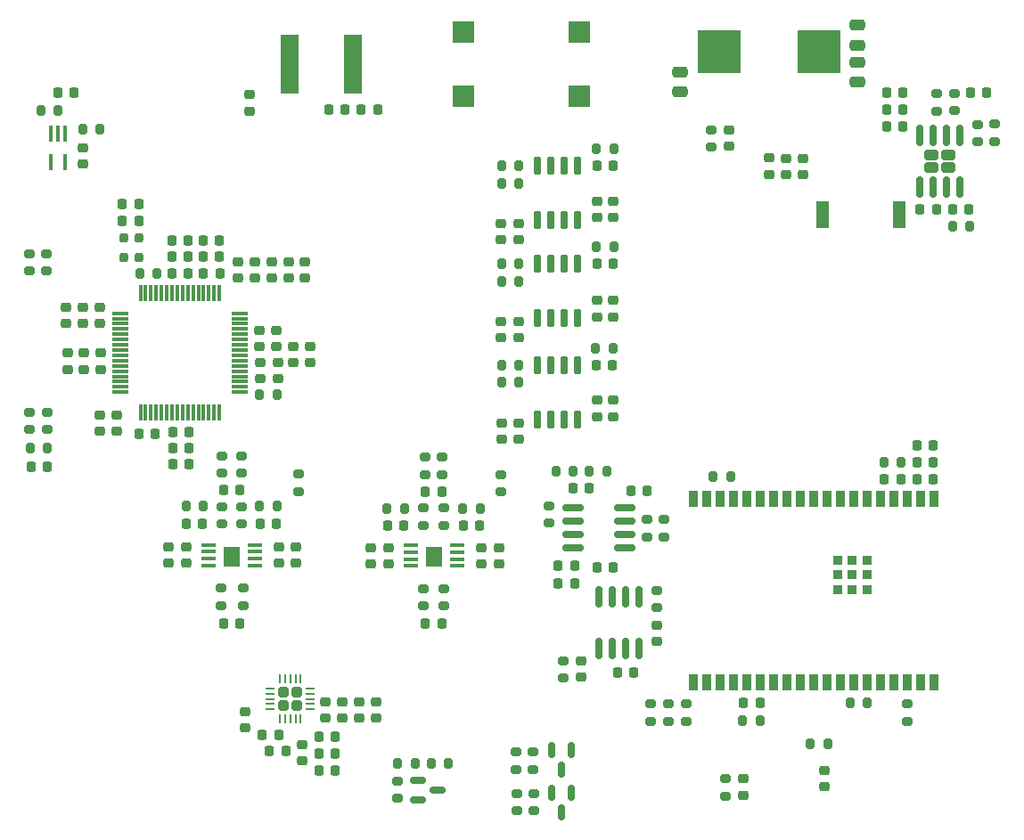
<source format=gbr>
%TF.GenerationSoftware,KiCad,Pcbnew,7.0.4*%
%TF.CreationDate,2023-07-09T20:25:32+02:00*%
%TF.ProjectId,ample,616d706c-652e-46b6-9963-61645f706362,rev?*%
%TF.SameCoordinates,Original*%
%TF.FileFunction,Paste,Top*%
%TF.FilePolarity,Positive*%
%FSLAX46Y46*%
G04 Gerber Fmt 4.6, Leading zero omitted, Abs format (unit mm)*
G04 Created by KiCad (PCBNEW 7.0.4) date 2023-07-09 20:25:32*
%MOMM*%
%LPD*%
G01*
G04 APERTURE LIST*
G04 Aperture macros list*
%AMRoundRect*
0 Rectangle with rounded corners*
0 $1 Rounding radius*
0 $2 $3 $4 $5 $6 $7 $8 $9 X,Y pos of 4 corners*
0 Add a 4 corners polygon primitive as box body*
4,1,4,$2,$3,$4,$5,$6,$7,$8,$9,$2,$3,0*
0 Add four circle primitives for the rounded corners*
1,1,$1+$1,$2,$3*
1,1,$1+$1,$4,$5*
1,1,$1+$1,$6,$7*
1,1,$1+$1,$8,$9*
0 Add four rect primitives between the rounded corners*
20,1,$1+$1,$2,$3,$4,$5,0*
20,1,$1+$1,$4,$5,$6,$7,0*
20,1,$1+$1,$6,$7,$8,$9,0*
20,1,$1+$1,$8,$9,$2,$3,0*%
G04 Aperture macros list end*
%ADD10RoundRect,0.200000X-0.275000X0.200000X-0.275000X-0.200000X0.275000X-0.200000X0.275000X0.200000X0*%
%ADD11RoundRect,0.200000X0.200000X0.275000X-0.200000X0.275000X-0.200000X-0.275000X0.200000X-0.275000X0*%
%ADD12RoundRect,0.225000X-0.250000X0.225000X-0.250000X-0.225000X0.250000X-0.225000X0.250000X0.225000X0*%
%ADD13RoundRect,0.225000X-0.225000X-0.250000X0.225000X-0.250000X0.225000X0.250000X-0.225000X0.250000X0*%
%ADD14RoundRect,0.225000X0.250000X-0.225000X0.250000X0.225000X-0.250000X0.225000X-0.250000X-0.225000X0*%
%ADD15RoundRect,0.225000X0.225000X0.250000X-0.225000X0.250000X-0.225000X-0.250000X0.225000X-0.250000X0*%
%ADD16R,0.400000X1.500000*%
%ADD17R,1.200000X2.600000*%
%ADD18RoundRect,0.200000X-0.200000X-0.275000X0.200000X-0.275000X0.200000X0.275000X-0.200000X0.275000X0*%
%ADD19RoundRect,0.200000X0.275000X-0.200000X0.275000X0.200000X-0.275000X0.200000X-0.275000X-0.200000X0*%
%ADD20RoundRect,0.250000X-0.255000X0.255000X-0.255000X-0.255000X0.255000X-0.255000X0.255000X0.255000X0*%
%ADD21RoundRect,0.062500X-0.062500X0.350000X-0.062500X-0.350000X0.062500X-0.350000X0.062500X0.350000X0*%
%ADD22RoundRect,0.062500X-0.350000X0.062500X-0.350000X-0.062500X0.350000X-0.062500X0.350000X0.062500X0*%
%ADD23R,1.450000X0.450000*%
%ADD24R,1.570000X1.890000*%
%ADD25RoundRect,0.242500X0.422500X-0.242500X0.422500X0.242500X-0.422500X0.242500X-0.422500X-0.242500X0*%
%ADD26RoundRect,0.150000X0.150000X-0.825000X0.150000X0.825000X-0.150000X0.825000X-0.150000X-0.825000X0*%
%ADD27RoundRect,0.218750X-0.256250X0.218750X-0.256250X-0.218750X0.256250X-0.218750X0.256250X0.218750X0*%
%ADD28RoundRect,0.150000X0.150000X-0.725000X0.150000X0.725000X-0.150000X0.725000X-0.150000X-0.725000X0*%
%ADD29RoundRect,0.150000X-0.150000X0.587500X-0.150000X-0.587500X0.150000X-0.587500X0.150000X0.587500X0*%
%ADD30RoundRect,0.250000X-0.475000X0.250000X-0.475000X-0.250000X0.475000X-0.250000X0.475000X0.250000X0*%
%ADD31R,1.700000X5.700000*%
%ADD32RoundRect,0.075000X-0.700000X-0.075000X0.700000X-0.075000X0.700000X0.075000X-0.700000X0.075000X0*%
%ADD33RoundRect,0.075000X-0.075000X-0.700000X0.075000X-0.700000X0.075000X0.700000X-0.075000X0.700000X0*%
%ADD34R,0.900000X1.500000*%
%ADD35R,0.900000X0.900000*%
%ADD36RoundRect,0.150000X-0.587500X-0.150000X0.587500X-0.150000X0.587500X0.150000X-0.587500X0.150000X0*%
%ADD37RoundRect,0.150000X-0.825000X-0.150000X0.825000X-0.150000X0.825000X0.150000X-0.825000X0.150000X0*%
%ADD38RoundRect,0.250000X0.475000X-0.250000X0.475000X0.250000X-0.475000X0.250000X-0.475000X-0.250000X0*%
%ADD39R,4.100000X4.100000*%
%ADD40RoundRect,0.200000X-0.200000X-0.250000X0.200000X-0.250000X0.200000X0.250000X-0.200000X0.250000X0*%
%ADD41RoundRect,0.218750X0.256250X-0.218750X0.256250X0.218750X-0.256250X0.218750X-0.256250X-0.218750X0*%
%ADD42R,2.000000X2.000000*%
G04 APERTURE END LIST*
D10*
%TO.C,R63*%
X121512500Y-106775000D03*
X121512500Y-108425000D03*
%TD*%
D11*
%TO.C,R21*%
X158825000Y-65000000D03*
X157175000Y-65000000D03*
%TD*%
D12*
%TO.C,C6*%
X155700000Y-113700000D03*
X155700000Y-115250000D03*
%TD*%
D13*
%TO.C,C3*%
X157225000Y-75900000D03*
X158775000Y-75900000D03*
%TD*%
D14*
%TO.C,C100*%
X128612500Y-104425000D03*
X128612500Y-102875000D03*
%TD*%
D10*
%TO.C,R55*%
X121612500Y-99050000D03*
X121612500Y-100700000D03*
%TD*%
D14*
%TO.C,C37*%
X124250000Y-61425000D03*
X124250000Y-59875000D03*
%TD*%
D13*
%TO.C,C55*%
X116925000Y-91900000D03*
X118475000Y-91900000D03*
%TD*%
D15*
%TO.C,C58*%
X121375000Y-75300001D03*
X119825000Y-75300001D03*
%TD*%
D11*
%TO.C,R59*%
X119837500Y-99000000D03*
X118187500Y-99000000D03*
%TD*%
%TO.C,R57*%
X138925000Y-99200000D03*
X137275000Y-99200000D03*
%TD*%
D10*
%TO.C,R19*%
X195035000Y-62675000D03*
X195035000Y-64325000D03*
%TD*%
D16*
%TO.C,U8*%
X106670000Y-63600000D03*
X106020000Y-63600000D03*
X105370000Y-63600000D03*
X105370000Y-66260000D03*
X106670000Y-66260000D03*
%TD*%
D17*
%TO.C,L2*%
X185950000Y-71300000D03*
X178650000Y-71300000D03*
%TD*%
D18*
%TO.C,R30*%
X113775000Y-76900000D03*
X115425000Y-76900000D03*
%TD*%
D11*
%TO.C,R3*%
X158825000Y-74300000D03*
X157175000Y-74300000D03*
%TD*%
D15*
%TO.C,C97*%
X119762500Y-100675000D03*
X118212500Y-100675000D03*
%TD*%
%TO.C,C47*%
X113675000Y-71900000D03*
X112125000Y-71900000D03*
%TD*%
D19*
%TO.C,R18*%
X193400000Y-64350000D03*
X193400000Y-62700000D03*
%TD*%
D12*
%TO.C,C71*%
X130000000Y-83825000D03*
X130000000Y-85375000D03*
%TD*%
D15*
%TO.C,C62*%
X118375000Y-73700001D03*
X116825000Y-73700001D03*
%TD*%
D14*
%TO.C,C103*%
X127012500Y-104425000D03*
X127012500Y-102875000D03*
%TD*%
D10*
%TO.C,R31*%
X105010001Y-90050000D03*
X105010001Y-91700000D03*
%TD*%
D14*
%TO.C,C29*%
X175200000Y-67475000D03*
X175200000Y-65925000D03*
%TD*%
D10*
%TO.C,R61*%
X140700000Y-106800000D03*
X140700000Y-108450000D03*
%TD*%
D12*
%TO.C,C66*%
X123099999Y-75750001D03*
X123099999Y-77300001D03*
%TD*%
D20*
%TO.C,U10*%
X128700000Y-116675000D03*
X127450000Y-116675000D03*
X128700000Y-117925000D03*
X127450000Y-117925000D03*
D21*
X129075000Y-115362500D03*
X128575000Y-115362500D03*
X128075000Y-115362500D03*
X127575000Y-115362500D03*
X127075000Y-115362500D03*
D22*
X126137500Y-116300000D03*
X126137500Y-116800000D03*
X126137500Y-117300000D03*
X126137500Y-117800000D03*
X126137500Y-118300000D03*
D21*
X127075000Y-119237500D03*
X127575000Y-119237500D03*
X128075000Y-119237500D03*
X128575000Y-119237500D03*
X129075000Y-119237500D03*
D22*
X130012500Y-118300000D03*
X130012500Y-117800000D03*
X130012500Y-117300000D03*
X130012500Y-116800000D03*
X130012500Y-116300000D03*
%TD*%
D19*
%TO.C,R43*%
X162299998Y-119425000D03*
X162299998Y-117775000D03*
%TD*%
D14*
%TO.C,C2*%
X157200000Y-80975000D03*
X157200000Y-79425000D03*
%TD*%
%TO.C,C98*%
X146200000Y-104475000D03*
X146200000Y-102925000D03*
%TD*%
D23*
%TO.C,U13*%
X120300000Y-102675000D03*
X120300000Y-103325000D03*
X120300000Y-103975000D03*
X120300000Y-104625000D03*
X124700000Y-104625000D03*
X124700000Y-103975000D03*
X124700000Y-103325000D03*
X124700000Y-102675000D03*
D24*
X122500000Y-103750000D03*
%TD*%
D15*
%TO.C,C17*%
X186300000Y-61300000D03*
X184750000Y-61300000D03*
%TD*%
D11*
%TO.C,R5*%
X149825000Y-75900000D03*
X148175000Y-75900000D03*
%TD*%
D13*
%TO.C,C13*%
X191000000Y-70800000D03*
X192550000Y-70800000D03*
%TD*%
D15*
%TO.C,C90*%
X172700000Y-117700000D03*
X171150000Y-117700000D03*
%TD*%
D10*
%TO.C,R32*%
X103300000Y-90050000D03*
X103300000Y-91700000D03*
%TD*%
D14*
%TO.C,C89*%
X178800000Y-125675000D03*
X178800000Y-124125000D03*
%TD*%
D10*
%TO.C,R6*%
X154000000Y-113675000D03*
X154000000Y-115325000D03*
%TD*%
%TO.C,R42*%
X169400000Y-124875000D03*
X169400000Y-126525000D03*
%TD*%
D13*
%TO.C,C87*%
X187625000Y-94800000D03*
X189175000Y-94800000D03*
%TD*%
D14*
%TO.C,C41*%
X108420000Y-66480000D03*
X108420000Y-64930000D03*
%TD*%
D10*
%TO.C,R64*%
X148100000Y-95975000D03*
X148100000Y-97625000D03*
%TD*%
D15*
%TO.C,C93*%
X123287500Y-97450000D03*
X121737500Y-97450000D03*
%TD*%
D25*
%TO.C,U3*%
X188950000Y-66800000D03*
X190600000Y-66800000D03*
X188950000Y-65600000D03*
X190600000Y-65600000D03*
D26*
X187870000Y-68675000D03*
X189140000Y-68675000D03*
X190410000Y-68675000D03*
X191680000Y-68675000D03*
X191680000Y-63725000D03*
X190410000Y-63725000D03*
X189140000Y-63725000D03*
X187870000Y-63725000D03*
%TD*%
D10*
%TO.C,R17*%
X152625000Y-98940000D03*
X152625000Y-100590000D03*
%TD*%
D13*
%TO.C,C15*%
X159150000Y-114765000D03*
X160700000Y-114765000D03*
%TD*%
D19*
%TO.C,R45*%
X165700000Y-119425000D03*
X165700000Y-117775000D03*
%TD*%
D12*
%TO.C,C82*%
X131450000Y-117600000D03*
X131450000Y-119150000D03*
%TD*%
D15*
%TO.C,C63*%
X121375000Y-73700001D03*
X119825000Y-73700001D03*
%TD*%
D13*
%TO.C,C76*%
X130825000Y-120900000D03*
X132375000Y-120900000D03*
%TD*%
D12*
%TO.C,C26*%
X149800000Y-91100000D03*
X149800000Y-92650000D03*
%TD*%
D13*
%TO.C,C75*%
X130825000Y-124100000D03*
X132375000Y-124100000D03*
%TD*%
D19*
%TO.C,R7*%
X162900000Y-108650000D03*
X162900000Y-107000000D03*
%TD*%
D27*
%TO.C,D2*%
X171100000Y-124912500D03*
X171100000Y-126487500D03*
%TD*%
D18*
%TO.C,R27*%
X103349999Y-93500000D03*
X104999999Y-93500000D03*
%TD*%
D28*
%TO.C,U4*%
X151595000Y-90775000D03*
X152865000Y-90775000D03*
X154135000Y-90775000D03*
X155405000Y-90775000D03*
X155405000Y-85625000D03*
X154135000Y-85625000D03*
X152865000Y-85625000D03*
X151595000Y-85625000D03*
%TD*%
D12*
%TO.C,C81*%
X123800000Y-118525000D03*
X123800000Y-120075000D03*
%TD*%
D13*
%TO.C,C20*%
X157124999Y-85600000D03*
X158674999Y-85600000D03*
%TD*%
%TO.C,C25*%
X192700000Y-59700000D03*
X194250000Y-59700000D03*
%TD*%
D10*
%TO.C,R53*%
X140700000Y-99175000D03*
X140700000Y-100825000D03*
%TD*%
D18*
%TO.C,R12*%
X148175000Y-87200000D03*
X149825000Y-87200000D03*
%TD*%
D12*
%TO.C,C4*%
X149800000Y-81400000D03*
X149800000Y-82950000D03*
%TD*%
D15*
%TO.C,C60*%
X118400000Y-75300001D03*
X116850000Y-75300001D03*
%TD*%
D10*
%TO.C,R35*%
X151162501Y-122337500D03*
X151162501Y-123987500D03*
%TD*%
D13*
%TO.C,C78*%
X130825000Y-122500000D03*
X132375000Y-122500000D03*
%TD*%
D19*
%TO.C,R20*%
X163600000Y-101925000D03*
X163600000Y-100275000D03*
%TD*%
D29*
%TO.C,Q3*%
X154800000Y-126200000D03*
X152900000Y-126200000D03*
X153850000Y-128075000D03*
%TD*%
D10*
%TO.C,R52*%
X142700000Y-99175000D03*
X142700000Y-100825000D03*
%TD*%
D14*
%TO.C,C16*%
X157200000Y-90475000D03*
X157200000Y-88925000D03*
%TD*%
D18*
%TO.C,R58*%
X125187500Y-99000000D03*
X126837500Y-99000000D03*
%TD*%
D13*
%TO.C,C88*%
X187625000Y-96400000D03*
X189175000Y-96400000D03*
%TD*%
D30*
%TO.C,C10*%
X181950000Y-56800000D03*
X181950000Y-58700000D03*
%TD*%
D15*
%TO.C,C101*%
X123287500Y-110100000D03*
X121737500Y-110100000D03*
%TD*%
D14*
%TO.C,C43*%
X108400000Y-81600000D03*
X108400000Y-80050000D03*
%TD*%
D15*
%TO.C,C92*%
X142475000Y-97575000D03*
X140925000Y-97575000D03*
%TD*%
D18*
%TO.C,R23*%
X148175000Y-68300000D03*
X149825000Y-68300000D03*
%TD*%
D12*
%TO.C,C69*%
X127899999Y-75724999D03*
X127899999Y-77274999D03*
%TD*%
D15*
%TO.C,C14*%
X186300000Y-59700000D03*
X184750000Y-59700000D03*
%TD*%
D18*
%TO.C,R4*%
X148175000Y-77600000D03*
X149825000Y-77600000D03*
%TD*%
D12*
%TO.C,C67*%
X124699999Y-75750000D03*
X124699999Y-77300000D03*
%TD*%
D15*
%TO.C,C91*%
X186075000Y-96400000D03*
X184525000Y-96400000D03*
%TD*%
D12*
%TO.C,C85*%
X129175000Y-121650000D03*
X129175000Y-123200000D03*
%TD*%
%TO.C,C36*%
X148125001Y-72095000D03*
X148125001Y-73645000D03*
%TD*%
D14*
%TO.C,C64*%
X126716044Y-83806497D03*
X126716044Y-82256497D03*
%TD*%
D29*
%TO.C,Q2*%
X154812501Y-122162498D03*
X152912501Y-122162498D03*
X153862501Y-124037498D03*
%TD*%
D12*
%TO.C,C49*%
X110100000Y-84425000D03*
X110100000Y-85975000D03*
%TD*%
D13*
%TO.C,C86*%
X187625000Y-93200000D03*
X189175000Y-93200000D03*
%TD*%
D10*
%TO.C,R50*%
X123412500Y-94200000D03*
X123412500Y-95850000D03*
%TD*%
D15*
%TO.C,C61*%
X121400000Y-76900000D03*
X119850000Y-76900000D03*
%TD*%
D31*
%TO.C,L3*%
X128000000Y-56950000D03*
X134000000Y-56950000D03*
%TD*%
D15*
%TO.C,C21*%
X186275000Y-62900000D03*
X184725000Y-62900000D03*
%TD*%
D13*
%TO.C,C33*%
X160425000Y-97500000D03*
X161975000Y-97500000D03*
%TD*%
%TO.C,C40*%
X131725000Y-61300000D03*
X133275000Y-61300000D03*
%TD*%
D19*
%TO.C,R11*%
X191200000Y-61400000D03*
X191200000Y-59750000D03*
%TD*%
D12*
%TO.C,C80*%
X136250000Y-117600000D03*
X136250000Y-119150000D03*
%TD*%
D14*
%TO.C,C105*%
X118212500Y-104425000D03*
X118212500Y-102875000D03*
%TD*%
D23*
%TO.C,U12*%
X139500000Y-102725000D03*
X139500000Y-103375000D03*
X139500000Y-104025000D03*
X139500000Y-104675000D03*
X143900000Y-104675000D03*
X143900000Y-104025000D03*
X143900000Y-103375000D03*
X143900000Y-102725000D03*
D24*
X141700000Y-103800000D03*
%TD*%
D10*
%TO.C,R48*%
X142500000Y-94350000D03*
X142500000Y-96000000D03*
%TD*%
D18*
%TO.C,R38*%
X141475000Y-123400000D03*
X143125000Y-123400000D03*
%TD*%
D14*
%TO.C,C104*%
X135700000Y-104475000D03*
X135700000Y-102925000D03*
%TD*%
D32*
%TO.C,U9*%
X111925000Y-80650000D03*
X111925000Y-81150000D03*
X111925000Y-81650000D03*
X111925000Y-82150000D03*
X111925000Y-82650000D03*
X111925000Y-83150000D03*
X111925000Y-83650000D03*
X111925000Y-84150000D03*
X111925000Y-84650000D03*
X111925000Y-85150000D03*
X111925000Y-85650000D03*
X111925000Y-86150000D03*
X111925000Y-86650000D03*
X111925000Y-87150000D03*
X111925000Y-87650000D03*
X111925000Y-88150000D03*
D33*
X113850000Y-90075000D03*
X114350000Y-90075000D03*
X114850000Y-90075000D03*
X115350000Y-90075000D03*
X115850000Y-90075000D03*
X116350000Y-90075000D03*
X116850000Y-90075000D03*
X117350000Y-90075000D03*
X117850000Y-90075000D03*
X118350000Y-90075000D03*
X118850000Y-90075000D03*
X119350000Y-90075000D03*
X119850000Y-90075000D03*
X120350000Y-90075000D03*
X120850000Y-90075000D03*
X121350000Y-90075000D03*
D32*
X123275000Y-88150000D03*
X123275000Y-87650000D03*
X123275000Y-87150000D03*
X123275000Y-86650000D03*
X123275000Y-86150000D03*
X123275000Y-85650000D03*
X123275000Y-85150000D03*
X123275000Y-84650000D03*
X123275000Y-84150000D03*
X123275000Y-83650000D03*
X123275000Y-83150000D03*
X123275000Y-82650000D03*
X123275000Y-82150000D03*
X123275000Y-81650000D03*
X123275000Y-81150000D03*
X123275000Y-80650000D03*
D33*
X121350000Y-78725000D03*
X120850000Y-78725000D03*
X120350000Y-78725000D03*
X119850000Y-78725000D03*
X119350000Y-78725000D03*
X118850000Y-78725000D03*
X118350000Y-78725000D03*
X117850000Y-78725000D03*
X117350000Y-78725000D03*
X116850000Y-78725000D03*
X116350000Y-78725000D03*
X115850000Y-78725000D03*
X115350000Y-78725000D03*
X114850000Y-78725000D03*
X114350000Y-78725000D03*
X113850000Y-78725000D03*
%TD*%
D13*
%TO.C,C94*%
X144525000Y-100800000D03*
X146075000Y-100800000D03*
%TD*%
D18*
%TO.C,R15*%
X156500000Y-95665000D03*
X158150000Y-95665000D03*
%TD*%
D19*
%TO.C,R34*%
X138275000Y-126775000D03*
X138275000Y-125125000D03*
%TD*%
D15*
%TO.C,C42*%
X105000000Y-95200000D03*
X103450000Y-95200000D03*
%TD*%
D12*
%TO.C,C68*%
X126299999Y-75750000D03*
X126299999Y-77300000D03*
%TD*%
D11*
%TO.C,R9*%
X158750000Y-84000000D03*
X157100000Y-84000000D03*
%TD*%
D10*
%TO.C,R36*%
X151200000Y-126300000D03*
X151200000Y-127950000D03*
%TD*%
D15*
%TO.C,C39*%
X136375000Y-61300000D03*
X134825000Y-61300000D03*
%TD*%
%TO.C,C77*%
X127650000Y-122225000D03*
X126100000Y-122225000D03*
%TD*%
D18*
%TO.C,R1*%
X181275000Y-117700000D03*
X182925000Y-117700000D03*
%TD*%
D13*
%TO.C,C19*%
X153550000Y-104665001D03*
X155100000Y-104665001D03*
%TD*%
D15*
%TO.C,C83*%
X126975000Y-120725000D03*
X125425000Y-120725000D03*
%TD*%
D14*
%TO.C,C107*%
X116512500Y-104425000D03*
X116512500Y-102875000D03*
%TD*%
%TO.C,C102*%
X147900000Y-104475000D03*
X147900000Y-102925000D03*
%TD*%
D15*
%TO.C,C46*%
X113675000Y-70300000D03*
X112125000Y-70300000D03*
%TD*%
D13*
%TO.C,C38*%
X106025000Y-59700000D03*
X107575000Y-59700000D03*
%TD*%
%TO.C,C96*%
X125237500Y-100675000D03*
X126787500Y-100675000D03*
%TD*%
D18*
%TO.C,R46*%
X171075000Y-119400000D03*
X172725000Y-119400000D03*
%TD*%
D12*
%TO.C,C84*%
X133050000Y-117600000D03*
X133050000Y-119150000D03*
%TD*%
D15*
%TO.C,C99*%
X142475000Y-110100000D03*
X140925000Y-110100000D03*
%TD*%
D14*
%TO.C,C31*%
X158800000Y-71575000D03*
X158800000Y-70025000D03*
%TD*%
D19*
%TO.C,R44*%
X163999999Y-119425000D03*
X163999999Y-117775000D03*
%TD*%
D34*
%TO.C,U11*%
X189260000Y-98250000D03*
X187990000Y-98250000D03*
X186720000Y-98250000D03*
X185450000Y-98250000D03*
X184180000Y-98250000D03*
X182910000Y-98250000D03*
X181640000Y-98250000D03*
X180370000Y-98250000D03*
X179100000Y-98250000D03*
X177830000Y-98250000D03*
X176560000Y-98250000D03*
X175290000Y-98250000D03*
X174020000Y-98250000D03*
X172750000Y-98250000D03*
X171480000Y-98250000D03*
X170210000Y-98250000D03*
X168940000Y-98250000D03*
X167670000Y-98250000D03*
X166400000Y-98250000D03*
X166400000Y-115750000D03*
X167670000Y-115750000D03*
X168940000Y-115750000D03*
X170210000Y-115750000D03*
X171480000Y-115750000D03*
X172750000Y-115750000D03*
X174020000Y-115750000D03*
X175290000Y-115750000D03*
X176560000Y-115750000D03*
X177830000Y-115750000D03*
X179100000Y-115750000D03*
X180370000Y-115750000D03*
X181640000Y-115750000D03*
X182910000Y-115750000D03*
X184180000Y-115750000D03*
X185450000Y-115750000D03*
X186720000Y-115750000D03*
X187990000Y-115750000D03*
X189260000Y-115750000D03*
D35*
X182860000Y-104100000D03*
X181460000Y-104100000D03*
X180060000Y-104100000D03*
X182860000Y-105500000D03*
X181460000Y-105500000D03*
X180060000Y-105500000D03*
X182860000Y-106900000D03*
X181460000Y-106900000D03*
X180060000Y-106900000D03*
%TD*%
D12*
%TO.C,C28*%
X148200000Y-91100000D03*
X148200000Y-92650000D03*
%TD*%
D19*
%TO.C,R40*%
X149650000Y-127962500D03*
X149650000Y-126312500D03*
%TD*%
D36*
%TO.C,Q1*%
X140200000Y-125000000D03*
X140200000Y-126900000D03*
X142075000Y-125950000D03*
%TD*%
D18*
%TO.C,R33*%
X125175000Y-88400000D03*
X126825000Y-88400000D03*
%TD*%
D30*
%TO.C,C8*%
X165150000Y-57700000D03*
X165150000Y-59600000D03*
%TD*%
D37*
%TO.C,U5*%
X154950000Y-99160000D03*
X154950000Y-100430000D03*
X154950000Y-101700000D03*
X154950000Y-102970000D03*
X159900000Y-102970000D03*
X159900000Y-101700000D03*
X159900000Y-100430000D03*
X159900000Y-99160000D03*
%TD*%
D38*
%TO.C,C11*%
X181950000Y-55150000D03*
X181950000Y-53250000D03*
%TD*%
D10*
%TO.C,R29*%
X103300000Y-74975000D03*
X103300000Y-76625000D03*
%TD*%
D19*
%TO.C,R22*%
X168100000Y-64862500D03*
X168100000Y-63212500D03*
%TD*%
D14*
%TO.C,C12*%
X158800000Y-90475000D03*
X158800000Y-88925000D03*
%TD*%
D12*
%TO.C,C35*%
X149800000Y-72100000D03*
X149800000Y-73650000D03*
%TD*%
D10*
%TO.C,R65*%
X128900000Y-95925000D03*
X128900000Y-97575000D03*
%TD*%
D12*
%TO.C,C7*%
X148099999Y-81400000D03*
X148099999Y-82950000D03*
%TD*%
D14*
%TO.C,C73*%
X126900000Y-86875000D03*
X126900000Y-85325000D03*
%TD*%
D13*
%TO.C,C24*%
X187925000Y-70800000D03*
X189475000Y-70800000D03*
%TD*%
%TO.C,C56*%
X116925000Y-95000000D03*
X118475000Y-95000000D03*
%TD*%
D11*
%TO.C,R37*%
X139925000Y-123400000D03*
X138275000Y-123400000D03*
%TD*%
D14*
%TO.C,C27*%
X176800000Y-67475000D03*
X176800000Y-65925000D03*
%TD*%
D39*
%TO.C,L1*%
X168850000Y-55800000D03*
X178350000Y-55800000D03*
%TD*%
D19*
%TO.C,R10*%
X189500000Y-61425000D03*
X189500000Y-59775000D03*
%TD*%
D12*
%TO.C,C9*%
X162900000Y-110300000D03*
X162900000Y-111850000D03*
%TD*%
D14*
%TO.C,C52*%
X110000000Y-91850000D03*
X110000000Y-90300000D03*
%TD*%
%TO.C,C106*%
X137400000Y-104475000D03*
X137400000Y-102925000D03*
%TD*%
D13*
%TO.C,C23*%
X154950000Y-97265000D03*
X156500000Y-97265000D03*
%TD*%
D26*
%TO.C,U2*%
X157420000Y-112540000D03*
X158690000Y-112540000D03*
X159960000Y-112540000D03*
X161230000Y-112540000D03*
X161230000Y-107590000D03*
X159960000Y-107590000D03*
X158690000Y-107590000D03*
X157420000Y-107590000D03*
%TD*%
D14*
%TO.C,C44*%
X106799999Y-81625000D03*
X106799999Y-80075000D03*
%TD*%
D40*
%TO.C,X1*%
X112275000Y-73475000D03*
X112275000Y-75325000D03*
X113725000Y-75325000D03*
X113725000Y-73475000D03*
%TD*%
D14*
%TO.C,C32*%
X157200000Y-71575000D03*
X157200000Y-70025000D03*
%TD*%
D13*
%TO.C,C54*%
X113725000Y-92100000D03*
X115275000Y-92100000D03*
%TD*%
%TO.C,C59*%
X116925000Y-93500000D03*
X118475000Y-93500000D03*
%TD*%
D19*
%TO.C,R28*%
X104900000Y-76650000D03*
X104900000Y-75000000D03*
%TD*%
D12*
%TO.C,C50*%
X108500001Y-84425000D03*
X108500001Y-85975000D03*
%TD*%
%TO.C,C70*%
X129499999Y-75750000D03*
X129499999Y-77300000D03*
%TD*%
%TO.C,C79*%
X134650000Y-117600000D03*
X134650000Y-119150000D03*
%TD*%
D18*
%TO.C,R47*%
X177475000Y-121600000D03*
X179125000Y-121600000D03*
%TD*%
D11*
%TO.C,R8*%
X192625000Y-72400000D03*
X190975000Y-72400000D03*
%TD*%
D14*
%TO.C,C1*%
X158800000Y-80975000D03*
X158800000Y-79425000D03*
%TD*%
D19*
%TO.C,R39*%
X149562501Y-123999998D03*
X149562501Y-122349998D03*
%TD*%
D15*
%TO.C,C57*%
X118400000Y-76900001D03*
X116850000Y-76900001D03*
%TD*%
%TO.C,C95*%
X138875000Y-100800000D03*
X137325000Y-100800000D03*
%TD*%
D19*
%TO.C,R2*%
X186700000Y-119425000D03*
X186700000Y-117775000D03*
%TD*%
D10*
%TO.C,R62*%
X123600000Y-106775000D03*
X123600000Y-108425000D03*
%TD*%
%TO.C,R54*%
X123412500Y-99050000D03*
X123412500Y-100700000D03*
%TD*%
D18*
%TO.C,R56*%
X144475000Y-99200000D03*
X146125000Y-99200000D03*
%TD*%
D14*
%TO.C,C30*%
X173600000Y-67450000D03*
X173600000Y-65900000D03*
%TD*%
D41*
%TO.C,D1*%
X169800000Y-64800000D03*
X169800000Y-63225000D03*
%TD*%
D12*
%TO.C,C72*%
X128400000Y-83825000D03*
X128400000Y-85375000D03*
%TD*%
D11*
%TO.C,R13*%
X149800000Y-85600001D03*
X148150000Y-85600001D03*
%TD*%
D42*
%TO.C,J1*%
X155500000Y-60050000D03*
X155500000Y-53900000D03*
X144500000Y-53900000D03*
X144500000Y-60050000D03*
%TD*%
D12*
%TO.C,C51*%
X111600000Y-90300000D03*
X111600000Y-91850000D03*
%TD*%
D10*
%TO.C,R60*%
X142700000Y-106800000D03*
X142700000Y-108450000D03*
%TD*%
D11*
%TO.C,R24*%
X149825000Y-66600000D03*
X148175000Y-66600000D03*
%TD*%
D10*
%TO.C,R51*%
X121612500Y-94200000D03*
X121612500Y-95850000D03*
%TD*%
D14*
%TO.C,C65*%
X125166043Y-83831497D03*
X125166043Y-82281497D03*
%TD*%
%TO.C,C74*%
X125200000Y-86875000D03*
X125200000Y-85325000D03*
%TD*%
D11*
%TO.C,R25*%
X106025000Y-61400000D03*
X104375000Y-61400000D03*
%TD*%
D14*
%TO.C,C45*%
X109999999Y-81625000D03*
X109999999Y-80075000D03*
%TD*%
D11*
%TO.C,R66*%
X186125000Y-94800000D03*
X184475000Y-94800000D03*
%TD*%
D28*
%TO.C,U6*%
X151595000Y-71775000D03*
X152865000Y-71775000D03*
X154135000Y-71775000D03*
X155405000Y-71775000D03*
X155405000Y-66625000D03*
X154135000Y-66625000D03*
X152865000Y-66625000D03*
X151595000Y-66625000D03*
%TD*%
D11*
%TO.C,R41*%
X169925000Y-96200000D03*
X168275000Y-96200000D03*
%TD*%
D18*
%TO.C,R26*%
X108370000Y-63130000D03*
X110020000Y-63130000D03*
%TD*%
D12*
%TO.C,C48*%
X106900000Y-84425000D03*
X106900000Y-85975000D03*
%TD*%
D13*
%TO.C,C18*%
X157250000Y-104800000D03*
X158800000Y-104800000D03*
%TD*%
D28*
%TO.C,U1*%
X151595000Y-81075000D03*
X152865000Y-81075000D03*
X154135000Y-81075000D03*
X155405000Y-81075000D03*
X155405000Y-75925000D03*
X154135000Y-75925000D03*
X152865000Y-75925000D03*
X151595000Y-75925000D03*
%TD*%
D10*
%TO.C,R16*%
X162000000Y-100275000D03*
X162000000Y-101925000D03*
%TD*%
D13*
%TO.C,C34*%
X157225000Y-66600000D03*
X158775000Y-66600000D03*
%TD*%
D10*
%TO.C,R49*%
X140900000Y-94350000D03*
X140900000Y-96000000D03*
%TD*%
D13*
%TO.C,C22*%
X153550000Y-106365000D03*
X155100000Y-106365000D03*
%TD*%
D18*
%TO.C,R14*%
X153300000Y-95665000D03*
X154950000Y-95665000D03*
%TD*%
M02*

</source>
